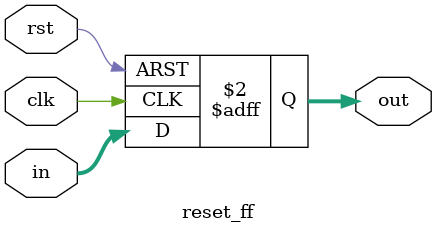
<source format=v>
module reset_ff(in,clk,rst,out);          //d_ff
input [31:0] in;
input clk,rst;
output reg [31:0] out;

always@(posedge clk or posedge rst)
begin
if(rst) out <= 32'd0;
else out <= in;
end

endmodule

</source>
